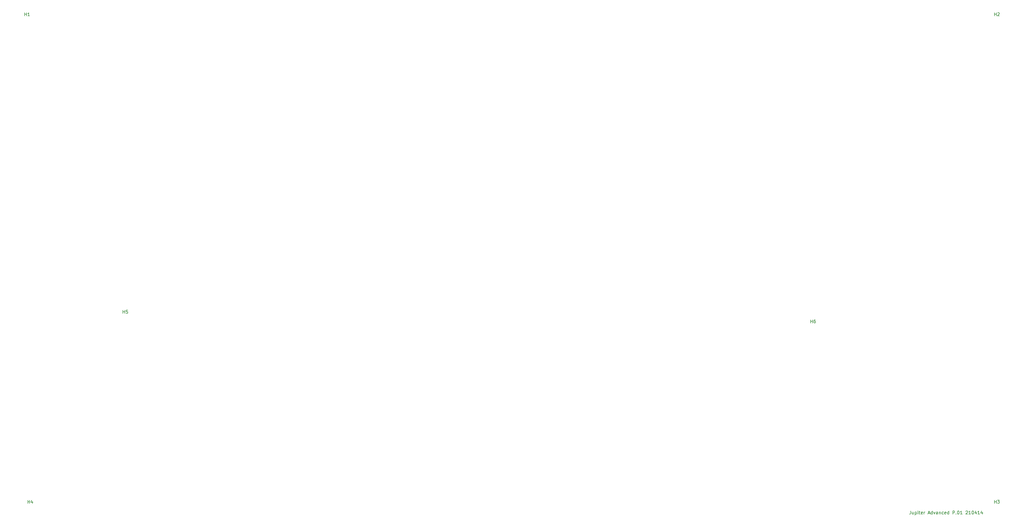
<source format=gto>
G04 #@! TF.GenerationSoftware,KiCad,Pcbnew,(5.1.9-0-10_14)*
G04 #@! TF.CreationDate,2021-04-15T17:38:18+09:00*
G04 #@! TF.ProjectId,JupiterAdvanced,4a757069-7465-4724-9164-76616e636564,1*
G04 #@! TF.SameCoordinates,Original*
G04 #@! TF.FileFunction,Legend,Top*
G04 #@! TF.FilePolarity,Positive*
%FSLAX46Y46*%
G04 Gerber Fmt 4.6, Leading zero omitted, Abs format (unit mm)*
G04 Created by KiCad (PCBNEW (5.1.9-0-10_14)) date 2021-04-15 17:38:18*
%MOMM*%
%LPD*%
G01*
G04 APERTURE LIST*
%ADD10C,0.150000*%
G04 APERTURE END LIST*
D10*
X343134523Y-238842300D02*
X343134523Y-239556586D01*
X343086904Y-239699443D01*
X342991666Y-239794681D01*
X342848809Y-239842300D01*
X342753571Y-239842300D01*
X344039285Y-239175634D02*
X344039285Y-239842300D01*
X343610714Y-239175634D02*
X343610714Y-239699443D01*
X343658333Y-239794681D01*
X343753571Y-239842300D01*
X343896428Y-239842300D01*
X343991666Y-239794681D01*
X344039285Y-239747062D01*
X344515476Y-239175634D02*
X344515476Y-240175634D01*
X344515476Y-239223253D02*
X344610714Y-239175634D01*
X344801190Y-239175634D01*
X344896428Y-239223253D01*
X344944047Y-239270872D01*
X344991666Y-239366110D01*
X344991666Y-239651824D01*
X344944047Y-239747062D01*
X344896428Y-239794681D01*
X344801190Y-239842300D01*
X344610714Y-239842300D01*
X344515476Y-239794681D01*
X345420238Y-239842300D02*
X345420238Y-239175634D01*
X345420238Y-238842300D02*
X345372619Y-238889920D01*
X345420238Y-238937539D01*
X345467857Y-238889920D01*
X345420238Y-238842300D01*
X345420238Y-238937539D01*
X345753571Y-239175634D02*
X346134523Y-239175634D01*
X345896428Y-238842300D02*
X345896428Y-239699443D01*
X345944047Y-239794681D01*
X346039285Y-239842300D01*
X346134523Y-239842300D01*
X346848809Y-239794681D02*
X346753571Y-239842300D01*
X346563095Y-239842300D01*
X346467857Y-239794681D01*
X346420238Y-239699443D01*
X346420238Y-239318491D01*
X346467857Y-239223253D01*
X346563095Y-239175634D01*
X346753571Y-239175634D01*
X346848809Y-239223253D01*
X346896428Y-239318491D01*
X346896428Y-239413729D01*
X346420238Y-239508967D01*
X347325000Y-239842300D02*
X347325000Y-239175634D01*
X347325000Y-239366110D02*
X347372619Y-239270872D01*
X347420238Y-239223253D01*
X347515476Y-239175634D01*
X347610714Y-239175634D01*
X348658333Y-239556586D02*
X349134523Y-239556586D01*
X348563095Y-239842300D02*
X348896428Y-238842300D01*
X349229761Y-239842300D01*
X349991666Y-239842300D02*
X349991666Y-238842300D01*
X349991666Y-239794681D02*
X349896428Y-239842300D01*
X349705952Y-239842300D01*
X349610714Y-239794681D01*
X349563095Y-239747062D01*
X349515476Y-239651824D01*
X349515476Y-239366110D01*
X349563095Y-239270872D01*
X349610714Y-239223253D01*
X349705952Y-239175634D01*
X349896428Y-239175634D01*
X349991666Y-239223253D01*
X350372619Y-239175634D02*
X350610714Y-239842300D01*
X350848809Y-239175634D01*
X351658333Y-239842300D02*
X351658333Y-239318491D01*
X351610714Y-239223253D01*
X351515476Y-239175634D01*
X351325000Y-239175634D01*
X351229761Y-239223253D01*
X351658333Y-239794681D02*
X351563095Y-239842300D01*
X351325000Y-239842300D01*
X351229761Y-239794681D01*
X351182142Y-239699443D01*
X351182142Y-239604205D01*
X351229761Y-239508967D01*
X351325000Y-239461348D01*
X351563095Y-239461348D01*
X351658333Y-239413729D01*
X352134523Y-239175634D02*
X352134523Y-239842300D01*
X352134523Y-239270872D02*
X352182142Y-239223253D01*
X352277380Y-239175634D01*
X352420238Y-239175634D01*
X352515476Y-239223253D01*
X352563095Y-239318491D01*
X352563095Y-239842300D01*
X353467857Y-239794681D02*
X353372619Y-239842300D01*
X353182142Y-239842300D01*
X353086904Y-239794681D01*
X353039285Y-239747062D01*
X352991666Y-239651824D01*
X352991666Y-239366110D01*
X353039285Y-239270872D01*
X353086904Y-239223253D01*
X353182142Y-239175634D01*
X353372619Y-239175634D01*
X353467857Y-239223253D01*
X354277380Y-239794681D02*
X354182142Y-239842300D01*
X353991666Y-239842300D01*
X353896428Y-239794681D01*
X353848809Y-239699443D01*
X353848809Y-239318491D01*
X353896428Y-239223253D01*
X353991666Y-239175634D01*
X354182142Y-239175634D01*
X354277380Y-239223253D01*
X354325000Y-239318491D01*
X354325000Y-239413729D01*
X353848809Y-239508967D01*
X355182142Y-239842300D02*
X355182142Y-238842300D01*
X355182142Y-239794681D02*
X355086904Y-239842300D01*
X354896428Y-239842300D01*
X354801190Y-239794681D01*
X354753571Y-239747062D01*
X354705952Y-239651824D01*
X354705952Y-239366110D01*
X354753571Y-239270872D01*
X354801190Y-239223253D01*
X354896428Y-239175634D01*
X355086904Y-239175634D01*
X355182142Y-239223253D01*
X356420238Y-239842300D02*
X356420238Y-238842300D01*
X356801190Y-238842300D01*
X356896428Y-238889920D01*
X356944047Y-238937539D01*
X356991666Y-239032777D01*
X356991666Y-239175634D01*
X356944047Y-239270872D01*
X356896428Y-239318491D01*
X356801190Y-239366110D01*
X356420238Y-239366110D01*
X357420238Y-239747062D02*
X357467857Y-239794681D01*
X357420238Y-239842300D01*
X357372619Y-239794681D01*
X357420238Y-239747062D01*
X357420238Y-239842300D01*
X358086904Y-238842300D02*
X358182142Y-238842300D01*
X358277380Y-238889920D01*
X358325000Y-238937539D01*
X358372619Y-239032777D01*
X358420238Y-239223253D01*
X358420238Y-239461348D01*
X358372619Y-239651824D01*
X358325000Y-239747062D01*
X358277380Y-239794681D01*
X358182142Y-239842300D01*
X358086904Y-239842300D01*
X357991666Y-239794681D01*
X357944047Y-239747062D01*
X357896428Y-239651824D01*
X357848809Y-239461348D01*
X357848809Y-239223253D01*
X357896428Y-239032777D01*
X357944047Y-238937539D01*
X357991666Y-238889920D01*
X358086904Y-238842300D01*
X359372619Y-239842300D02*
X358801190Y-239842300D01*
X359086904Y-239842300D02*
X359086904Y-238842300D01*
X358991666Y-238985158D01*
X358896428Y-239080396D01*
X358801190Y-239128015D01*
X360515476Y-238937539D02*
X360563095Y-238889920D01*
X360658333Y-238842300D01*
X360896428Y-238842300D01*
X360991666Y-238889920D01*
X361039285Y-238937539D01*
X361086904Y-239032777D01*
X361086904Y-239128015D01*
X361039285Y-239270872D01*
X360467857Y-239842300D01*
X361086904Y-239842300D01*
X362039285Y-239842300D02*
X361467857Y-239842300D01*
X361753571Y-239842300D02*
X361753571Y-238842300D01*
X361658333Y-238985158D01*
X361563095Y-239080396D01*
X361467857Y-239128015D01*
X362658333Y-238842300D02*
X362753571Y-238842300D01*
X362848809Y-238889920D01*
X362896428Y-238937539D01*
X362944047Y-239032777D01*
X362991666Y-239223253D01*
X362991666Y-239461348D01*
X362944047Y-239651824D01*
X362896428Y-239747062D01*
X362848809Y-239794681D01*
X362753571Y-239842300D01*
X362658333Y-239842300D01*
X362563095Y-239794681D01*
X362515476Y-239747062D01*
X362467857Y-239651824D01*
X362420238Y-239461348D01*
X362420238Y-239223253D01*
X362467857Y-239032777D01*
X362515476Y-238937539D01*
X362563095Y-238889920D01*
X362658333Y-238842300D01*
X363848809Y-239175634D02*
X363848809Y-239842300D01*
X363610714Y-238794681D02*
X363372619Y-239508967D01*
X363991666Y-239508967D01*
X364896428Y-239842300D02*
X364325000Y-239842300D01*
X364610714Y-239842300D02*
X364610714Y-238842300D01*
X364515476Y-238985158D01*
X364420238Y-239080396D01*
X364325000Y-239128015D01*
X365753571Y-239175634D02*
X365753571Y-239842300D01*
X365515476Y-238794681D02*
X365277380Y-239508967D01*
X365896428Y-239508967D01*
X311563095Y-179427380D02*
X311563095Y-178427380D01*
X311563095Y-178903571D02*
X312134523Y-178903571D01*
X312134523Y-179427380D02*
X312134523Y-178427380D01*
X313039285Y-178427380D02*
X312848809Y-178427380D01*
X312753571Y-178475000D01*
X312705952Y-178522619D01*
X312610714Y-178665476D01*
X312563095Y-178855952D01*
X312563095Y-179236904D01*
X312610714Y-179332142D01*
X312658333Y-179379761D01*
X312753571Y-179427380D01*
X312944047Y-179427380D01*
X313039285Y-179379761D01*
X313086904Y-179332142D01*
X313134523Y-179236904D01*
X313134523Y-178998809D01*
X313086904Y-178903571D01*
X313039285Y-178855952D01*
X312944047Y-178808333D01*
X312753571Y-178808333D01*
X312658333Y-178855952D01*
X312610714Y-178903571D01*
X312563095Y-178998809D01*
X94563095Y-176427380D02*
X94563095Y-175427380D01*
X94563095Y-175903571D02*
X95134523Y-175903571D01*
X95134523Y-176427380D02*
X95134523Y-175427380D01*
X96086904Y-175427380D02*
X95610714Y-175427380D01*
X95563095Y-175903571D01*
X95610714Y-175855952D01*
X95705952Y-175808333D01*
X95944047Y-175808333D01*
X96039285Y-175855952D01*
X96086904Y-175903571D01*
X96134523Y-175998809D01*
X96134523Y-176236904D01*
X96086904Y-176332142D01*
X96039285Y-176379761D01*
X95944047Y-176427380D01*
X95705952Y-176427380D01*
X95610714Y-176379761D01*
X95563095Y-176332142D01*
X64563095Y-236427380D02*
X64563095Y-235427380D01*
X64563095Y-235903571D02*
X65134523Y-235903571D01*
X65134523Y-236427380D02*
X65134523Y-235427380D01*
X66039285Y-235760714D02*
X66039285Y-236427380D01*
X65801190Y-235379761D02*
X65563095Y-236094047D01*
X66182142Y-236094047D01*
X369563095Y-236427380D02*
X369563095Y-235427380D01*
X369563095Y-235903571D02*
X370134523Y-235903571D01*
X370134523Y-236427380D02*
X370134523Y-235427380D01*
X370515476Y-235427380D02*
X371134523Y-235427380D01*
X370801190Y-235808333D01*
X370944047Y-235808333D01*
X371039285Y-235855952D01*
X371086904Y-235903571D01*
X371134523Y-235998809D01*
X371134523Y-236236904D01*
X371086904Y-236332142D01*
X371039285Y-236379761D01*
X370944047Y-236427380D01*
X370658333Y-236427380D01*
X370563095Y-236379761D01*
X370515476Y-236332142D01*
X369563095Y-82427380D02*
X369563095Y-81427380D01*
X369563095Y-81903571D02*
X370134523Y-81903571D01*
X370134523Y-82427380D02*
X370134523Y-81427380D01*
X370563095Y-81522619D02*
X370610714Y-81475000D01*
X370705952Y-81427380D01*
X370944047Y-81427380D01*
X371039285Y-81475000D01*
X371086904Y-81522619D01*
X371134523Y-81617857D01*
X371134523Y-81713095D01*
X371086904Y-81855952D01*
X370515476Y-82427380D01*
X371134523Y-82427380D01*
X63563095Y-82427380D02*
X63563095Y-81427380D01*
X63563095Y-81903571D02*
X64134523Y-81903571D01*
X64134523Y-82427380D02*
X64134523Y-81427380D01*
X65134523Y-82427380D02*
X64563095Y-82427380D01*
X64848809Y-82427380D02*
X64848809Y-81427380D01*
X64753571Y-81570238D01*
X64658333Y-81665476D01*
X64563095Y-81713095D01*
M02*

</source>
